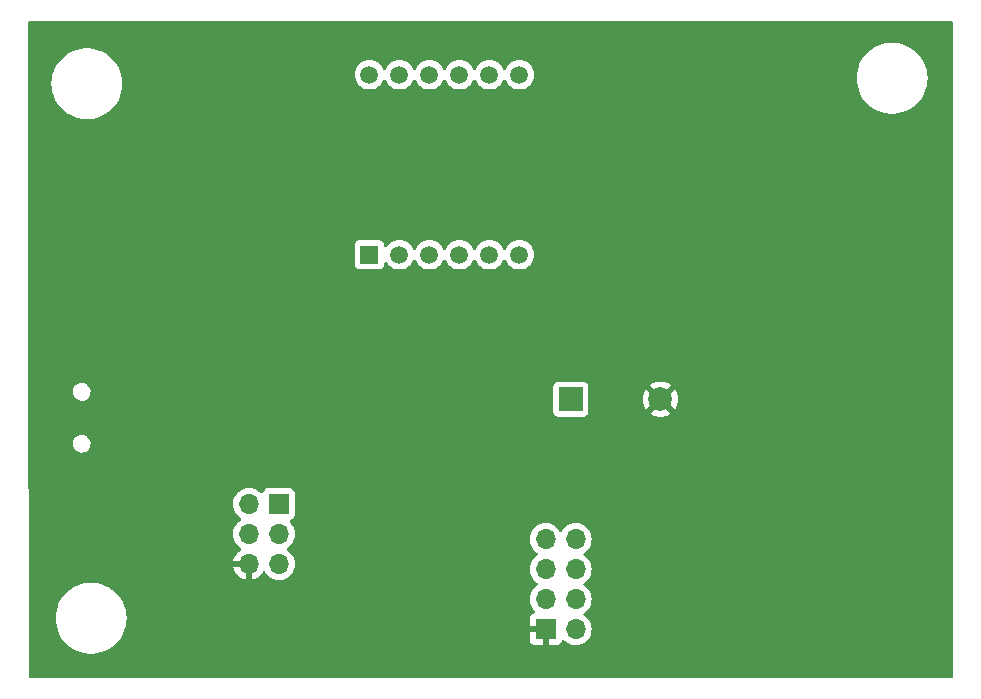
<source format=gbr>
%TF.GenerationSoftware,KiCad,Pcbnew,(7.0.0)*%
%TF.CreationDate,2023-05-03T17:51:17-06:00*%
%TF.ProjectId,Phase_B_Proto,50686173-655f-4425-9f50-726f746f2e6b,rev?*%
%TF.SameCoordinates,Original*%
%TF.FileFunction,Copper,L2,Bot*%
%TF.FilePolarity,Positive*%
%FSLAX46Y46*%
G04 Gerber Fmt 4.6, Leading zero omitted, Abs format (unit mm)*
G04 Created by KiCad (PCBNEW (7.0.0)) date 2023-05-03 17:51:17*
%MOMM*%
%LPD*%
G01*
G04 APERTURE LIST*
%TA.AperFunction,ComponentPad*%
%ADD10R,1.700000X1.700000*%
%TD*%
%TA.AperFunction,ComponentPad*%
%ADD11O,1.700000X1.700000*%
%TD*%
%TA.AperFunction,ComponentPad*%
%ADD12R,1.500000X1.500000*%
%TD*%
%TA.AperFunction,ComponentPad*%
%ADD13C,1.500000*%
%TD*%
%TA.AperFunction,ComponentPad*%
%ADD14C,2.000000*%
%TD*%
%TA.AperFunction,ComponentPad*%
%ADD15R,2.000000X2.000000*%
%TD*%
%TA.AperFunction,ViaPad*%
%ADD16C,0.800000*%
%TD*%
G04 APERTURE END LIST*
D10*
%TO.P,J1,1,MISO*%
%TO.N,MISO*%
X164103999Y-90591399D03*
D11*
%TO.P,J1,2,VCC*%
%TO.N,+5V*%
X161563999Y-90591399D03*
%TO.P,J1,3,SCK*%
%TO.N,SCK*%
X164103999Y-93131399D03*
%TO.P,J1,4,MOSI*%
%TO.N,MOSI*%
X161563999Y-93131399D03*
%TO.P,J1,5,~{RST}*%
%TO.N,RESET*%
X164103999Y-95671399D03*
%TO.P,J1,6,GND*%
%TO.N,GND*%
X161563999Y-95671399D03*
%TD*%
D10*
%TO.P,J3,1,Pin_1*%
%TO.N,GND*%
X186669999Y-101208999D03*
D11*
%TO.P,J3,2,Pin_2*%
%TO.N,TX*%
X189209999Y-101208999D03*
%TO.P,J3,3,Pin_3*%
%TO.N,unconnected-(J3-Pin_3-Pad3)*%
X186669999Y-98668999D03*
%TO.P,J3,4,Pin_4*%
%TO.N,+3.3V*%
X189209999Y-98668999D03*
%TO.P,J3,5,Pin_5*%
%TO.N,Net-(J3-Pin_5)*%
X186669999Y-96128999D03*
%TO.P,J3,6,Pin_6*%
%TO.N,+3.3V*%
X189209999Y-96128999D03*
%TO.P,J3,7,Pin_7*%
%TO.N,RX*%
X186669999Y-93588999D03*
%TO.P,J3,8,Pin_8*%
%TO.N,+3.3V*%
X189209999Y-93588999D03*
%TD*%
D12*
%TO.P,U1,1,e*%
%TO.N,Net-(U1-e)*%
X171754799Y-69494399D03*
D13*
%TO.P,U1,2,d*%
%TO.N,Net-(U1-d)*%
X174294800Y-69494400D03*
%TO.P,U1,3,DPX*%
%TO.N,Net-(U1-DPX)*%
X176834800Y-69494400D03*
%TO.P,U1,4,c*%
%TO.N,Net-(U1-c)*%
X179374800Y-69494400D03*
%TO.P,U1,5,g*%
%TO.N,Net-(U1-g)*%
X181914800Y-69494400D03*
%TO.P,U1,6,CA4*%
%TO.N,Dig4*%
X184454800Y-69494400D03*
%TO.P,U1,7,b*%
%TO.N,Net-(U1-b)*%
X184454800Y-54254400D03*
%TO.P,U1,8,CA3*%
%TO.N,Dig3*%
X181914800Y-54254400D03*
%TO.P,U1,9,CA2*%
%TO.N,Dig2*%
X179374800Y-54254400D03*
%TO.P,U1,10,f*%
%TO.N,Net-(U1-f)*%
X176834800Y-54254400D03*
%TO.P,U1,11,a*%
%TO.N,Net-(U1-a)*%
X174294800Y-54254400D03*
%TO.P,U1,12,CA1*%
%TO.N,Dig1*%
X171754800Y-54254400D03*
%TD*%
D14*
%TO.P,LS1,2,2*%
%TO.N,GND*%
X196392800Y-81737200D03*
D15*
%TO.P,LS1,1,1*%
%TO.N,Buzzer*%
X188792799Y-81737199D03*
%TD*%
D16*
%TO.N,GND*%
X199288400Y-74574400D03*
X190246000Y-74574400D03*
X171754800Y-75133200D03*
X169316400Y-75133200D03*
X196392800Y-79603600D03*
X217017600Y-62230000D03*
X176479200Y-81026000D03*
X177393600Y-101803200D03*
X161594800Y-97739200D03*
X172770800Y-99822000D03*
X168757600Y-95910400D03*
X170688000Y-95504000D03*
X151841200Y-87680800D03*
X172161200Y-89662000D03*
X182067200Y-98907600D03*
X163525200Y-85090000D03*
X184912000Y-101244400D03*
X169418000Y-84582000D03*
X179933600Y-90271600D03*
X214020400Y-64820800D03*
X163169600Y-79502000D03*
X151765000Y-84963000D03*
X163525200Y-86614000D03*
X163474400Y-81534000D03*
X155600400Y-83312000D03*
X195935600Y-95300800D03*
X179425600Y-80416400D03*
X191617600Y-98755200D03*
X182067200Y-94742000D03*
X194767200Y-92710000D03*
X170535600Y-78181200D03*
X177444400Y-75234800D03*
X198678800Y-92760800D03*
X183896000Y-89560400D03*
%TD*%
%TA.AperFunction,Conductor*%
%TO.N,GND*%
G36*
X221070480Y-49750294D02*
G01*
X221115862Y-49795635D01*
X221132513Y-49857587D01*
X221154542Y-73978870D01*
X221181185Y-103153169D01*
X221181301Y-103279700D01*
X221182700Y-104811274D01*
X221182700Y-105183900D01*
X221166087Y-105245900D01*
X221120700Y-105291287D01*
X221058700Y-105307900D01*
X143024287Y-105307900D01*
X142962320Y-105291306D01*
X142916938Y-105245965D01*
X142900287Y-105184013D01*
X142895807Y-100279200D01*
X145178015Y-100279200D01*
X145198338Y-100628127D01*
X145198964Y-100631681D01*
X145198966Y-100631692D01*
X145258403Y-100968778D01*
X145258405Y-100968788D01*
X145259031Y-100972336D01*
X145260063Y-100975785D01*
X145260065Y-100975791D01*
X145358242Y-101303725D01*
X145359274Y-101307171D01*
X145360699Y-101310474D01*
X145496282Y-101624793D01*
X145496287Y-101624803D01*
X145497711Y-101628104D01*
X145499513Y-101631226D01*
X145499515Y-101631229D01*
X145670661Y-101927664D01*
X145670667Y-101927673D01*
X145672470Y-101930796D01*
X145674629Y-101933696D01*
X145879035Y-102208262D01*
X145879041Y-102208269D01*
X145881188Y-102211153D01*
X146121042Y-102465383D01*
X146123800Y-102467697D01*
X146123804Y-102467701D01*
X146238792Y-102564187D01*
X146388789Y-102690049D01*
X146680807Y-102882113D01*
X146993149Y-103038977D01*
X147321589Y-103158519D01*
X147491637Y-103198821D01*
X147658179Y-103238292D01*
X147658181Y-103238292D01*
X147661686Y-103239123D01*
X148008841Y-103279700D01*
X148354761Y-103279700D01*
X148358359Y-103279700D01*
X148705514Y-103239123D01*
X149045611Y-103158519D01*
X149374051Y-103038977D01*
X149686393Y-102882113D01*
X149978411Y-102690049D01*
X150246158Y-102465383D01*
X150486012Y-102211153D01*
X150566143Y-102103518D01*
X185320000Y-102103518D01*
X185320353Y-102110114D01*
X185325573Y-102158667D01*
X185329111Y-102173641D01*
X185373547Y-102292777D01*
X185381962Y-102308189D01*
X185457498Y-102409092D01*
X185469907Y-102421501D01*
X185570810Y-102497037D01*
X185586222Y-102505452D01*
X185705358Y-102549888D01*
X185720332Y-102553426D01*
X185768885Y-102558646D01*
X185775482Y-102559000D01*
X186403674Y-102559000D01*
X186416549Y-102555549D01*
X186420000Y-102542674D01*
X186420000Y-101475326D01*
X186416549Y-101462450D01*
X186403674Y-101459000D01*
X185336326Y-101459000D01*
X185323450Y-101462450D01*
X185320000Y-101475326D01*
X185320000Y-102103518D01*
X150566143Y-102103518D01*
X150694730Y-101930796D01*
X150869489Y-101628104D01*
X151007926Y-101307171D01*
X151108169Y-100972336D01*
X151168862Y-100628127D01*
X151189185Y-100279200D01*
X151168862Y-99930273D01*
X151108169Y-99586064D01*
X151007926Y-99251229D01*
X150869489Y-98930296D01*
X150718630Y-98669000D01*
X185314341Y-98669000D01*
X185334937Y-98904408D01*
X185336336Y-98909630D01*
X185336337Y-98909634D01*
X185394694Y-99127430D01*
X185394697Y-99127438D01*
X185396097Y-99132663D01*
X185398385Y-99137570D01*
X185398386Y-99137572D01*
X185493678Y-99341927D01*
X185493681Y-99341933D01*
X185495965Y-99346830D01*
X185499064Y-99351257D01*
X185499066Y-99351259D01*
X185628399Y-99535966D01*
X185628402Y-99535970D01*
X185631505Y-99540401D01*
X185635336Y-99544231D01*
X185635336Y-99544232D01*
X185753818Y-99662714D01*
X185785114Y-99715460D01*
X185787303Y-99776753D01*
X185759850Y-99831597D01*
X185709471Y-99866576D01*
X185586226Y-99912544D01*
X185570810Y-99920962D01*
X185469907Y-99996498D01*
X185457498Y-100008907D01*
X185381962Y-100109810D01*
X185373547Y-100125222D01*
X185329111Y-100244358D01*
X185325573Y-100259332D01*
X185320353Y-100307885D01*
X185320000Y-100314482D01*
X185320000Y-100942674D01*
X185323450Y-100955549D01*
X185336326Y-100959000D01*
X186796000Y-100959000D01*
X186858000Y-100975613D01*
X186903387Y-101021000D01*
X186920000Y-101083000D01*
X186920000Y-102542674D01*
X186923450Y-102555549D01*
X186936326Y-102559000D01*
X187564518Y-102559000D01*
X187571114Y-102558646D01*
X187619667Y-102553426D01*
X187634641Y-102549888D01*
X187753777Y-102505452D01*
X187769189Y-102497037D01*
X187870092Y-102421501D01*
X187882501Y-102409092D01*
X187958037Y-102308189D01*
X187966452Y-102292777D01*
X188012422Y-102169529D01*
X188047401Y-102119149D01*
X188102246Y-102091696D01*
X188163539Y-102093885D01*
X188216285Y-102125181D01*
X188338599Y-102247495D01*
X188532170Y-102383035D01*
X188746337Y-102482903D01*
X188974592Y-102544063D01*
X189210000Y-102564659D01*
X189445408Y-102544063D01*
X189673663Y-102482903D01*
X189887830Y-102383035D01*
X190081401Y-102247495D01*
X190248495Y-102080401D01*
X190384035Y-101886830D01*
X190483903Y-101672663D01*
X190545063Y-101444408D01*
X190565659Y-101209000D01*
X190545063Y-100973592D01*
X190483903Y-100745337D01*
X190384035Y-100531171D01*
X190248495Y-100337599D01*
X190081401Y-100170505D01*
X190076968Y-100167401D01*
X190076961Y-100167395D01*
X189895842Y-100040575D01*
X189856976Y-99996257D01*
X189842965Y-99939000D01*
X189856976Y-99881743D01*
X189895842Y-99837425D01*
X190076961Y-99710604D01*
X190076961Y-99710603D01*
X190081401Y-99707495D01*
X190248495Y-99540401D01*
X190384035Y-99346830D01*
X190483903Y-99132663D01*
X190545063Y-98904408D01*
X190565659Y-98669000D01*
X190545063Y-98433592D01*
X190483903Y-98205337D01*
X190384035Y-97991171D01*
X190248495Y-97797599D01*
X190081401Y-97630505D01*
X190076970Y-97627402D01*
X190076966Y-97627399D01*
X189895841Y-97500574D01*
X189856976Y-97456256D01*
X189842965Y-97398999D01*
X189856976Y-97341742D01*
X189895839Y-97297426D01*
X190081401Y-97167495D01*
X190248495Y-97000401D01*
X190384035Y-96806830D01*
X190483903Y-96592663D01*
X190545063Y-96364408D01*
X190565659Y-96129000D01*
X190545063Y-95893592D01*
X190483903Y-95665337D01*
X190384035Y-95451171D01*
X190248495Y-95257599D01*
X190081401Y-95090505D01*
X190076968Y-95087401D01*
X190076961Y-95087395D01*
X189895842Y-94960575D01*
X189856976Y-94916257D01*
X189842965Y-94859000D01*
X189856976Y-94801743D01*
X189895842Y-94757425D01*
X190076961Y-94630604D01*
X190076961Y-94630603D01*
X190081401Y-94627495D01*
X190248495Y-94460401D01*
X190384035Y-94266830D01*
X190483903Y-94052663D01*
X190545063Y-93824408D01*
X190565659Y-93589000D01*
X190545063Y-93353592D01*
X190483903Y-93125337D01*
X190384035Y-92911171D01*
X190248495Y-92717599D01*
X190081401Y-92550505D01*
X190076970Y-92547402D01*
X190076966Y-92547399D01*
X189892259Y-92418066D01*
X189892257Y-92418064D01*
X189887830Y-92414965D01*
X189882933Y-92412681D01*
X189882927Y-92412678D01*
X189678572Y-92317386D01*
X189678570Y-92317385D01*
X189673663Y-92315097D01*
X189668438Y-92313697D01*
X189668430Y-92313694D01*
X189450634Y-92255337D01*
X189450630Y-92255336D01*
X189445408Y-92253937D01*
X189440020Y-92253465D01*
X189440017Y-92253465D01*
X189215395Y-92233813D01*
X189210000Y-92233341D01*
X189204605Y-92233813D01*
X188979982Y-92253465D01*
X188979977Y-92253465D01*
X188974592Y-92253937D01*
X188969371Y-92255335D01*
X188969365Y-92255337D01*
X188751569Y-92313694D01*
X188751557Y-92313698D01*
X188746337Y-92315097D01*
X188741432Y-92317383D01*
X188741427Y-92317386D01*
X188537081Y-92412675D01*
X188537077Y-92412677D01*
X188532171Y-92414965D01*
X188527738Y-92418068D01*
X188527731Y-92418073D01*
X188343034Y-92547399D01*
X188343029Y-92547402D01*
X188338599Y-92550505D01*
X188334775Y-92554328D01*
X188334769Y-92554334D01*
X188175334Y-92713769D01*
X188175328Y-92713775D01*
X188171505Y-92717599D01*
X188168402Y-92722029D01*
X188168399Y-92722034D01*
X188041575Y-92903159D01*
X187997257Y-92942025D01*
X187940000Y-92956036D01*
X187882743Y-92942025D01*
X187838425Y-92903159D01*
X187711600Y-92722034D01*
X187708495Y-92717599D01*
X187541401Y-92550505D01*
X187536970Y-92547402D01*
X187536966Y-92547399D01*
X187352259Y-92418066D01*
X187352257Y-92418064D01*
X187347830Y-92414965D01*
X187342933Y-92412681D01*
X187342927Y-92412678D01*
X187138572Y-92317386D01*
X187138570Y-92317385D01*
X187133663Y-92315097D01*
X187128438Y-92313697D01*
X187128430Y-92313694D01*
X186910634Y-92255337D01*
X186910630Y-92255336D01*
X186905408Y-92253937D01*
X186900020Y-92253465D01*
X186900017Y-92253465D01*
X186675395Y-92233813D01*
X186670000Y-92233341D01*
X186664605Y-92233813D01*
X186439982Y-92253465D01*
X186439977Y-92253465D01*
X186434592Y-92253937D01*
X186429371Y-92255335D01*
X186429365Y-92255337D01*
X186211569Y-92313694D01*
X186211557Y-92313698D01*
X186206337Y-92315097D01*
X186201432Y-92317383D01*
X186201427Y-92317386D01*
X185997081Y-92412675D01*
X185997077Y-92412677D01*
X185992171Y-92414965D01*
X185987738Y-92418068D01*
X185987731Y-92418073D01*
X185803034Y-92547399D01*
X185803029Y-92547402D01*
X185798599Y-92550505D01*
X185794775Y-92554328D01*
X185794769Y-92554334D01*
X185635334Y-92713769D01*
X185635328Y-92713775D01*
X185631505Y-92717599D01*
X185628402Y-92722029D01*
X185628399Y-92722034D01*
X185499073Y-92906731D01*
X185499068Y-92906738D01*
X185495965Y-92911171D01*
X185493677Y-92916077D01*
X185493675Y-92916081D01*
X185398386Y-93120427D01*
X185398383Y-93120432D01*
X185396097Y-93125337D01*
X185394698Y-93130557D01*
X185394694Y-93130569D01*
X185336337Y-93348365D01*
X185336335Y-93348371D01*
X185334937Y-93353592D01*
X185334465Y-93358977D01*
X185334465Y-93358982D01*
X185333323Y-93372034D01*
X185314341Y-93589000D01*
X185314813Y-93594395D01*
X185333996Y-93813659D01*
X185334937Y-93824408D01*
X185336336Y-93829630D01*
X185336337Y-93829634D01*
X185394694Y-94047430D01*
X185394697Y-94047438D01*
X185396097Y-94052663D01*
X185398385Y-94057570D01*
X185398386Y-94057572D01*
X185493678Y-94261927D01*
X185493681Y-94261933D01*
X185495965Y-94266830D01*
X185499064Y-94271257D01*
X185499066Y-94271259D01*
X185628399Y-94455966D01*
X185628402Y-94455970D01*
X185631505Y-94460401D01*
X185798599Y-94627495D01*
X185803032Y-94630599D01*
X185803038Y-94630604D01*
X185984158Y-94757425D01*
X186023024Y-94801743D01*
X186037035Y-94859000D01*
X186023024Y-94916257D01*
X185984159Y-94960575D01*
X185803041Y-95087395D01*
X185798599Y-95090505D01*
X185794775Y-95094328D01*
X185794769Y-95094334D01*
X185635334Y-95253769D01*
X185635328Y-95253775D01*
X185631505Y-95257599D01*
X185628402Y-95262029D01*
X185628399Y-95262034D01*
X185499073Y-95446731D01*
X185499068Y-95446738D01*
X185495965Y-95451171D01*
X185493677Y-95456077D01*
X185493675Y-95456081D01*
X185398386Y-95660427D01*
X185398383Y-95660432D01*
X185396097Y-95665337D01*
X185394698Y-95670557D01*
X185394694Y-95670569D01*
X185336337Y-95888365D01*
X185336335Y-95888371D01*
X185334937Y-95893592D01*
X185334465Y-95898977D01*
X185334465Y-95898982D01*
X185314813Y-96123605D01*
X185314341Y-96129000D01*
X185314813Y-96134395D01*
X185334271Y-96356805D01*
X185334937Y-96364408D01*
X185336336Y-96369630D01*
X185336337Y-96369634D01*
X185394694Y-96587430D01*
X185394697Y-96587438D01*
X185396097Y-96592663D01*
X185398385Y-96597570D01*
X185398386Y-96597572D01*
X185493678Y-96801927D01*
X185493681Y-96801933D01*
X185495965Y-96806830D01*
X185499064Y-96811257D01*
X185499066Y-96811259D01*
X185628399Y-96995966D01*
X185628402Y-96995970D01*
X185631505Y-97000401D01*
X185798599Y-97167495D01*
X185803032Y-97170599D01*
X185803038Y-97170604D01*
X185984158Y-97297425D01*
X186023024Y-97341743D01*
X186037035Y-97399000D01*
X186023024Y-97456257D01*
X185984160Y-97500574D01*
X185798599Y-97630505D01*
X185794775Y-97634328D01*
X185794769Y-97634334D01*
X185635334Y-97793769D01*
X185635328Y-97793775D01*
X185631505Y-97797599D01*
X185628402Y-97802029D01*
X185628399Y-97802034D01*
X185499073Y-97986731D01*
X185499068Y-97986738D01*
X185495965Y-97991171D01*
X185493677Y-97996077D01*
X185493675Y-97996081D01*
X185398386Y-98200427D01*
X185398383Y-98200432D01*
X185396097Y-98205337D01*
X185394698Y-98210557D01*
X185394694Y-98210569D01*
X185336337Y-98428365D01*
X185336335Y-98428371D01*
X185334937Y-98433592D01*
X185334465Y-98438977D01*
X185334465Y-98438982D01*
X185317963Y-98627604D01*
X185314341Y-98669000D01*
X150718630Y-98669000D01*
X150694730Y-98627604D01*
X150554306Y-98438982D01*
X150488164Y-98350137D01*
X150488159Y-98350131D01*
X150486012Y-98347247D01*
X150246158Y-98093017D01*
X150243400Y-98090703D01*
X150243395Y-98090698D01*
X149981170Y-97870666D01*
X149981169Y-97870665D01*
X149978411Y-97868351D01*
X149975393Y-97866366D01*
X149689412Y-97678272D01*
X149689404Y-97678267D01*
X149686393Y-97676287D01*
X149589049Y-97627399D01*
X149377288Y-97521048D01*
X149377278Y-97521043D01*
X149374051Y-97519423D01*
X149270286Y-97481656D01*
X149049000Y-97401114D01*
X149048992Y-97401111D01*
X149045611Y-97399881D01*
X149042112Y-97399051D01*
X149042103Y-97399049D01*
X148709020Y-97320107D01*
X148709004Y-97320104D01*
X148705514Y-97319277D01*
X148701949Y-97318860D01*
X148701936Y-97318858D01*
X148361929Y-97279117D01*
X148361924Y-97279116D01*
X148358359Y-97278700D01*
X148008841Y-97278700D01*
X148005276Y-97279116D01*
X148005270Y-97279117D01*
X147665263Y-97318858D01*
X147665247Y-97318860D01*
X147661686Y-97319277D01*
X147658198Y-97320103D01*
X147658179Y-97320107D01*
X147325096Y-97399049D01*
X147325082Y-97399052D01*
X147321589Y-97399881D01*
X147318212Y-97401110D01*
X147318199Y-97401114D01*
X146996550Y-97518185D01*
X146993149Y-97519423D01*
X146989927Y-97521040D01*
X146989911Y-97521048D01*
X146684036Y-97674665D01*
X146684031Y-97674667D01*
X146680807Y-97676287D01*
X146677803Y-97678262D01*
X146677787Y-97678272D01*
X146391806Y-97866366D01*
X146391798Y-97866371D01*
X146388789Y-97868351D01*
X146386038Y-97870658D01*
X146386029Y-97870666D01*
X146123804Y-98090698D01*
X146123790Y-98090710D01*
X146121042Y-98093017D01*
X146118567Y-98095639D01*
X146118562Y-98095645D01*
X145883662Y-98344624D01*
X145883656Y-98344630D01*
X145881188Y-98347247D01*
X145879048Y-98350121D01*
X145879035Y-98350137D01*
X145674629Y-98624703D01*
X145674623Y-98624711D01*
X145672470Y-98627604D01*
X145670671Y-98630718D01*
X145670661Y-98630735D01*
X145499515Y-98927170D01*
X145499509Y-98927180D01*
X145497711Y-98930296D01*
X145496290Y-98933589D01*
X145496282Y-98933606D01*
X145406808Y-99141032D01*
X145359274Y-99251229D01*
X145358245Y-99254664D01*
X145358242Y-99254674D01*
X145260065Y-99582608D01*
X145260062Y-99582618D01*
X145259031Y-99586064D01*
X145258406Y-99589607D01*
X145258403Y-99589621D01*
X145198966Y-99926707D01*
X145198964Y-99926720D01*
X145198338Y-99930273D01*
X145198128Y-99933878D01*
X145198127Y-99933887D01*
X145184346Y-100170505D01*
X145178015Y-100279200D01*
X142895807Y-100279200D01*
X142891829Y-95923951D01*
X160236688Y-95923951D01*
X160237056Y-95935180D01*
X160289168Y-96129663D01*
X160292856Y-96139797D01*
X160388113Y-96344076D01*
X160393501Y-96353408D01*
X160522784Y-96538043D01*
X160529721Y-96546309D01*
X160689090Y-96705678D01*
X160697356Y-96712615D01*
X160881991Y-96841898D01*
X160891323Y-96847286D01*
X161095602Y-96942543D01*
X161105736Y-96946231D01*
X161300219Y-96998343D01*
X161311448Y-96998711D01*
X161314000Y-96987769D01*
X161314000Y-95937726D01*
X161310549Y-95924850D01*
X161297674Y-95921400D01*
X160247631Y-95921400D01*
X160236688Y-95923951D01*
X142891829Y-95923951D01*
X142889279Y-93131400D01*
X160208341Y-93131400D01*
X160208813Y-93136795D01*
X160227780Y-93353592D01*
X160228937Y-93366808D01*
X160230336Y-93372030D01*
X160230337Y-93372034D01*
X160288694Y-93589830D01*
X160288697Y-93589838D01*
X160290097Y-93595063D01*
X160292385Y-93599970D01*
X160292386Y-93599972D01*
X160387678Y-93804327D01*
X160387681Y-93804333D01*
X160389965Y-93809230D01*
X160393064Y-93813657D01*
X160393066Y-93813659D01*
X160522399Y-93998366D01*
X160522402Y-93998370D01*
X160525505Y-94002801D01*
X160692599Y-94169895D01*
X160697031Y-94172998D01*
X160697033Y-94173000D01*
X160878595Y-94300131D01*
X160917460Y-94344449D01*
X160931471Y-94401706D01*
X160917460Y-94458963D01*
X160878595Y-94503281D01*
X160697352Y-94630188D01*
X160689092Y-94637119D01*
X160529719Y-94796492D01*
X160522784Y-94804757D01*
X160393508Y-94989382D01*
X160388110Y-94998732D01*
X160292856Y-95203002D01*
X160289168Y-95213136D01*
X160237056Y-95407619D01*
X160236688Y-95418848D01*
X160247631Y-95421400D01*
X161690000Y-95421400D01*
X161752000Y-95438013D01*
X161797387Y-95483400D01*
X161814000Y-95545400D01*
X161814000Y-96987769D01*
X161816551Y-96998711D01*
X161827780Y-96998343D01*
X162022263Y-96946231D01*
X162032397Y-96942543D01*
X162236676Y-96847286D01*
X162246008Y-96841898D01*
X162430643Y-96712615D01*
X162438909Y-96705678D01*
X162598278Y-96546309D01*
X162605219Y-96538038D01*
X162732119Y-96356806D01*
X162776437Y-96317940D01*
X162833694Y-96303929D01*
X162890951Y-96317940D01*
X162935269Y-96356805D01*
X163062399Y-96538366D01*
X163062402Y-96538370D01*
X163065505Y-96542801D01*
X163232599Y-96709895D01*
X163237031Y-96712998D01*
X163237033Y-96713000D01*
X163326972Y-96775976D01*
X163426170Y-96845435D01*
X163640337Y-96945303D01*
X163868592Y-97006463D01*
X164104000Y-97027059D01*
X164339408Y-97006463D01*
X164567663Y-96945303D01*
X164781830Y-96845435D01*
X164975401Y-96709895D01*
X165142495Y-96542801D01*
X165278035Y-96349230D01*
X165377903Y-96135063D01*
X165439063Y-95906808D01*
X165459659Y-95671400D01*
X165439063Y-95435992D01*
X165377903Y-95207737D01*
X165278035Y-94993571D01*
X165142495Y-94799999D01*
X164975401Y-94632905D01*
X164970968Y-94629801D01*
X164970961Y-94629795D01*
X164789842Y-94502975D01*
X164750976Y-94458657D01*
X164736965Y-94401400D01*
X164750976Y-94344143D01*
X164789842Y-94299825D01*
X164970961Y-94173004D01*
X164970961Y-94173003D01*
X164975401Y-94169895D01*
X165142495Y-94002801D01*
X165278035Y-93809230D01*
X165377903Y-93595063D01*
X165439063Y-93366808D01*
X165459659Y-93131400D01*
X165439063Y-92895992D01*
X165377903Y-92667737D01*
X165278035Y-92453571D01*
X165142495Y-92259999D01*
X165020569Y-92138072D01*
X164989273Y-92085327D01*
X164987084Y-92024034D01*
X165014537Y-91969189D01*
X165064916Y-91934210D01*
X165196331Y-91885196D01*
X165311546Y-91798946D01*
X165397796Y-91683731D01*
X165448091Y-91548883D01*
X165454500Y-91489273D01*
X165454499Y-89693528D01*
X165448091Y-89633917D01*
X165397796Y-89499069D01*
X165311546Y-89383854D01*
X165221030Y-89316094D01*
X165203431Y-89302919D01*
X165203430Y-89302918D01*
X165196331Y-89297604D01*
X165089442Y-89257737D01*
X165068752Y-89250020D01*
X165068750Y-89250019D01*
X165061483Y-89247309D01*
X165053770Y-89246479D01*
X165053767Y-89246479D01*
X165005180Y-89241255D01*
X165005169Y-89241254D01*
X165001873Y-89240900D01*
X164998550Y-89240900D01*
X163209439Y-89240900D01*
X163209420Y-89240900D01*
X163206128Y-89240901D01*
X163202850Y-89241253D01*
X163202838Y-89241254D01*
X163154231Y-89246479D01*
X163154225Y-89246480D01*
X163146517Y-89247309D01*
X163139252Y-89250018D01*
X163139246Y-89250020D01*
X163019980Y-89294504D01*
X163019978Y-89294504D01*
X163011669Y-89297604D01*
X163004572Y-89302916D01*
X163004568Y-89302919D01*
X162903550Y-89378541D01*
X162903546Y-89378544D01*
X162896454Y-89383854D01*
X162891144Y-89390946D01*
X162891141Y-89390950D01*
X162815519Y-89491968D01*
X162815516Y-89491972D01*
X162810204Y-89499069D01*
X162807104Y-89507378D01*
X162807105Y-89507378D01*
X162761189Y-89630483D01*
X162726210Y-89680862D01*
X162671365Y-89708315D01*
X162610072Y-89706126D01*
X162557326Y-89674830D01*
X162439232Y-89556736D01*
X162439230Y-89556734D01*
X162435401Y-89552905D01*
X162430970Y-89549802D01*
X162430966Y-89549799D01*
X162246259Y-89420466D01*
X162246257Y-89420464D01*
X162241830Y-89417365D01*
X162236933Y-89415081D01*
X162236927Y-89415078D01*
X162032572Y-89319786D01*
X162032570Y-89319785D01*
X162027663Y-89317497D01*
X162022438Y-89316097D01*
X162022430Y-89316094D01*
X161804634Y-89257737D01*
X161804630Y-89257736D01*
X161799408Y-89256337D01*
X161794020Y-89255865D01*
X161794017Y-89255865D01*
X161569395Y-89236213D01*
X161564000Y-89235741D01*
X161558605Y-89236213D01*
X161333982Y-89255865D01*
X161333977Y-89255865D01*
X161328592Y-89256337D01*
X161323371Y-89257735D01*
X161323365Y-89257737D01*
X161105569Y-89316094D01*
X161105557Y-89316098D01*
X161100337Y-89317497D01*
X161095432Y-89319783D01*
X161095427Y-89319786D01*
X160891081Y-89415075D01*
X160891077Y-89415077D01*
X160886171Y-89417365D01*
X160881738Y-89420468D01*
X160881731Y-89420473D01*
X160697034Y-89549799D01*
X160697029Y-89549802D01*
X160692599Y-89552905D01*
X160688775Y-89556728D01*
X160688769Y-89556734D01*
X160529334Y-89716169D01*
X160529328Y-89716175D01*
X160525505Y-89719999D01*
X160522402Y-89724429D01*
X160522399Y-89724434D01*
X160393073Y-89909131D01*
X160393068Y-89909138D01*
X160389965Y-89913571D01*
X160387677Y-89918477D01*
X160387675Y-89918481D01*
X160292386Y-90122827D01*
X160292383Y-90122832D01*
X160290097Y-90127737D01*
X160288698Y-90132957D01*
X160288694Y-90132969D01*
X160230337Y-90350765D01*
X160230335Y-90350771D01*
X160228937Y-90355992D01*
X160208341Y-90591400D01*
X160228937Y-90826808D01*
X160230336Y-90832030D01*
X160230337Y-90832034D01*
X160288694Y-91049830D01*
X160288697Y-91049838D01*
X160290097Y-91055063D01*
X160292385Y-91059970D01*
X160292386Y-91059972D01*
X160387678Y-91264327D01*
X160387681Y-91264333D01*
X160389965Y-91269230D01*
X160393064Y-91273657D01*
X160393066Y-91273659D01*
X160522399Y-91458366D01*
X160522402Y-91458370D01*
X160525505Y-91462801D01*
X160692599Y-91629895D01*
X160697032Y-91632999D01*
X160697038Y-91633004D01*
X160878158Y-91759825D01*
X160917024Y-91804143D01*
X160931035Y-91861400D01*
X160917024Y-91918657D01*
X160878159Y-91962975D01*
X160697041Y-92089795D01*
X160692599Y-92092905D01*
X160688775Y-92096728D01*
X160688769Y-92096734D01*
X160529334Y-92256169D01*
X160529328Y-92256175D01*
X160525505Y-92259999D01*
X160522402Y-92264429D01*
X160522399Y-92264434D01*
X160393073Y-92449131D01*
X160393068Y-92449138D01*
X160389965Y-92453571D01*
X160387677Y-92458477D01*
X160387675Y-92458481D01*
X160292386Y-92662827D01*
X160292383Y-92662832D01*
X160290097Y-92667737D01*
X160288698Y-92672957D01*
X160288694Y-92672969D01*
X160230337Y-92890765D01*
X160230335Y-92890771D01*
X160228937Y-92895992D01*
X160228465Y-92901377D01*
X160228465Y-92901382D01*
X160209604Y-93116967D01*
X160208341Y-93131400D01*
X142889279Y-93131400D01*
X142882360Y-85555935D01*
X146624669Y-85555935D01*
X146655135Y-85728711D01*
X146724623Y-85889804D01*
X146829390Y-86030530D01*
X146963786Y-86143302D01*
X147120567Y-86222040D01*
X147291279Y-86262500D01*
X147419111Y-86262500D01*
X147422709Y-86262500D01*
X147553255Y-86247241D01*
X147718117Y-86187237D01*
X147864696Y-86090830D01*
X147985092Y-85963218D01*
X148072812Y-85811281D01*
X148123130Y-85643210D01*
X148133331Y-85468065D01*
X148102865Y-85295289D01*
X148033377Y-85134196D01*
X147928610Y-84993470D01*
X147856747Y-84933170D01*
X147799745Y-84885339D01*
X147799744Y-84885338D01*
X147794214Y-84880698D01*
X147701810Y-84834291D01*
X147643883Y-84805199D01*
X147643880Y-84805198D01*
X147637433Y-84801960D01*
X147630407Y-84800294D01*
X147630405Y-84800294D01*
X147473749Y-84763165D01*
X147473743Y-84763164D01*
X147466721Y-84761500D01*
X147335291Y-84761500D01*
X147331725Y-84761916D01*
X147331721Y-84761917D01*
X147211915Y-84775920D01*
X147211907Y-84775921D01*
X147204745Y-84776759D01*
X147197967Y-84779225D01*
X147197958Y-84779228D01*
X147046674Y-84834291D01*
X147046671Y-84834292D01*
X147039883Y-84836763D01*
X147033850Y-84840730D01*
X147033842Y-84840735D01*
X146899340Y-84929199D01*
X146899334Y-84929203D01*
X146893304Y-84933170D01*
X146888351Y-84938419D01*
X146888346Y-84938424D01*
X146777865Y-85055527D01*
X146777861Y-85055531D01*
X146772908Y-85060782D01*
X146769299Y-85067032D01*
X146769296Y-85067037D01*
X146688799Y-85206463D01*
X146688796Y-85206468D01*
X146685188Y-85212719D01*
X146683117Y-85219634D01*
X146683117Y-85219636D01*
X146636941Y-85373869D01*
X146636939Y-85373877D01*
X146634870Y-85380790D01*
X146634450Y-85387996D01*
X146634449Y-85388004D01*
X146625088Y-85548725D01*
X146625088Y-85548733D01*
X146624669Y-85555935D01*
X142882360Y-85555935D01*
X142879827Y-82781778D01*
X187292300Y-82781778D01*
X187292301Y-82785072D01*
X187292653Y-82788350D01*
X187292654Y-82788361D01*
X187297879Y-82836968D01*
X187297880Y-82836973D01*
X187298709Y-82844683D01*
X187301419Y-82851949D01*
X187301420Y-82851953D01*
X187335017Y-82942031D01*
X187349004Y-82979531D01*
X187354318Y-82986630D01*
X187354319Y-82986631D01*
X187364099Y-82999696D01*
X187435254Y-83094746D01*
X187550469Y-83180996D01*
X187685317Y-83231291D01*
X187744927Y-83237700D01*
X189840672Y-83237699D01*
X189900283Y-83231291D01*
X190035131Y-83180996D01*
X190150346Y-83094746D01*
X190236596Y-82979531D01*
X190243713Y-82960448D01*
X195528549Y-82960448D01*
X195536655Y-82971639D01*
X195565517Y-82994103D01*
X195574079Y-82999696D01*
X195783685Y-83113129D01*
X195793039Y-83117232D01*
X196018456Y-83194617D01*
X196028368Y-83197128D01*
X196263443Y-83236355D01*
X196273639Y-83237200D01*
X196511961Y-83237200D01*
X196522156Y-83236355D01*
X196757231Y-83197128D01*
X196767143Y-83194617D01*
X196992560Y-83117232D01*
X197001914Y-83113129D01*
X197211523Y-82999695D01*
X197220081Y-82994103D01*
X197248946Y-82971637D01*
X197257050Y-82960450D01*
X197250389Y-82948342D01*
X196404342Y-82102295D01*
X196392800Y-82095631D01*
X196381257Y-82102295D01*
X195535208Y-82948343D01*
X195528549Y-82960448D01*
X190243713Y-82960448D01*
X190286891Y-82844683D01*
X190293300Y-82785073D01*
X190293300Y-81742317D01*
X194888083Y-81742317D01*
X194907762Y-81979818D01*
X194909446Y-81989912D01*
X194967953Y-82220947D01*
X194971272Y-82230614D01*
X195067008Y-82448873D01*
X195071870Y-82457856D01*
X195161799Y-82595504D01*
X195169763Y-82603224D01*
X195179145Y-82597300D01*
X196027704Y-81748742D01*
X196034368Y-81737200D01*
X196751231Y-81737200D01*
X196757895Y-81748742D01*
X197606453Y-82597300D01*
X197615834Y-82603224D01*
X197623802Y-82595499D01*
X197713724Y-82457864D01*
X197718592Y-82448869D01*
X197814327Y-82230614D01*
X197817646Y-82220947D01*
X197876153Y-81989912D01*
X197877837Y-81979818D01*
X197897517Y-81742317D01*
X197897517Y-81732083D01*
X197877837Y-81494581D01*
X197876153Y-81484487D01*
X197817646Y-81253452D01*
X197814327Y-81243785D01*
X197718592Y-81025530D01*
X197713724Y-81016535D01*
X197623802Y-80878899D01*
X197615834Y-80871174D01*
X197606453Y-80877098D01*
X196757895Y-81725657D01*
X196751231Y-81737200D01*
X196034368Y-81737200D01*
X196027704Y-81725657D01*
X195179145Y-80877098D01*
X195169764Y-80871174D01*
X195161797Y-80878899D01*
X195071872Y-81016538D01*
X195067007Y-81025528D01*
X194971272Y-81243785D01*
X194967953Y-81253452D01*
X194909446Y-81484487D01*
X194907762Y-81494581D01*
X194888083Y-81732083D01*
X194888083Y-81742317D01*
X190293300Y-81742317D01*
X190293299Y-80689328D01*
X190286891Y-80629717D01*
X190243712Y-80513949D01*
X195528548Y-80513949D01*
X195535208Y-80526055D01*
X196381257Y-81372104D01*
X196392800Y-81378768D01*
X196404342Y-81372104D01*
X197250390Y-80526055D01*
X197257050Y-80513949D01*
X197248943Y-80502759D01*
X197220086Y-80480299D01*
X197211519Y-80474703D01*
X197001914Y-80361270D01*
X196992560Y-80357167D01*
X196767143Y-80279782D01*
X196757231Y-80277271D01*
X196522156Y-80238044D01*
X196511961Y-80237200D01*
X196273639Y-80237200D01*
X196263443Y-80238044D01*
X196028368Y-80277271D01*
X196018456Y-80279782D01*
X195793039Y-80357167D01*
X195783685Y-80361270D01*
X195574076Y-80474704D01*
X195565517Y-80480296D01*
X195536654Y-80502760D01*
X195528548Y-80513949D01*
X190243712Y-80513949D01*
X190236596Y-80494869D01*
X190150346Y-80379654D01*
X190126652Y-80361917D01*
X190042231Y-80298719D01*
X190042230Y-80298718D01*
X190035131Y-80293404D01*
X189900283Y-80243109D01*
X189892570Y-80242279D01*
X189892567Y-80242279D01*
X189843980Y-80237055D01*
X189843969Y-80237054D01*
X189840673Y-80236700D01*
X189837350Y-80236700D01*
X187748239Y-80236700D01*
X187748220Y-80236700D01*
X187744928Y-80236701D01*
X187741650Y-80237053D01*
X187741638Y-80237054D01*
X187693031Y-80242279D01*
X187693025Y-80242280D01*
X187685317Y-80243109D01*
X187678052Y-80245818D01*
X187678046Y-80245820D01*
X187558780Y-80290304D01*
X187558778Y-80290304D01*
X187550469Y-80293404D01*
X187543372Y-80298716D01*
X187543368Y-80298719D01*
X187442350Y-80374341D01*
X187442346Y-80374344D01*
X187435254Y-80379654D01*
X187429944Y-80386746D01*
X187429941Y-80386750D01*
X187354319Y-80487768D01*
X187354316Y-80487772D01*
X187349004Y-80494869D01*
X187345904Y-80503178D01*
X187345904Y-80503180D01*
X187301420Y-80622447D01*
X187301419Y-80622450D01*
X187298709Y-80629717D01*
X187297879Y-80637427D01*
X187297879Y-80637432D01*
X187292655Y-80686019D01*
X187292654Y-80686031D01*
X187292300Y-80689327D01*
X187292300Y-80692648D01*
X187292300Y-80692649D01*
X187292300Y-82781760D01*
X187292300Y-82781778D01*
X142879827Y-82781778D01*
X142878342Y-81155935D01*
X146624669Y-81155935D01*
X146655135Y-81328711D01*
X146724623Y-81489804D01*
X146829390Y-81630530D01*
X146963786Y-81743302D01*
X147120567Y-81822040D01*
X147291279Y-81862500D01*
X147419111Y-81862500D01*
X147422709Y-81862500D01*
X147553255Y-81847241D01*
X147718117Y-81787237D01*
X147864696Y-81690830D01*
X147985092Y-81563218D01*
X148072812Y-81411281D01*
X148123130Y-81243210D01*
X148133331Y-81068065D01*
X148102865Y-80895289D01*
X148033377Y-80734196D01*
X147928610Y-80593470D01*
X147856747Y-80533170D01*
X147799745Y-80485339D01*
X147799744Y-80485338D01*
X147794214Y-80480698D01*
X147701810Y-80434291D01*
X147643883Y-80405199D01*
X147643880Y-80405198D01*
X147637433Y-80401960D01*
X147630407Y-80400294D01*
X147630405Y-80400294D01*
X147473749Y-80363165D01*
X147473743Y-80363164D01*
X147466721Y-80361500D01*
X147335291Y-80361500D01*
X147331725Y-80361916D01*
X147331721Y-80361917D01*
X147211915Y-80375920D01*
X147211907Y-80375921D01*
X147204745Y-80376759D01*
X147197967Y-80379225D01*
X147197958Y-80379228D01*
X147046674Y-80434291D01*
X147046671Y-80434292D01*
X147039883Y-80436763D01*
X147033850Y-80440730D01*
X147033842Y-80440735D01*
X146899340Y-80529199D01*
X146899334Y-80529203D01*
X146893304Y-80533170D01*
X146888351Y-80538419D01*
X146888346Y-80538424D01*
X146777865Y-80655527D01*
X146777861Y-80655531D01*
X146772908Y-80660782D01*
X146769299Y-80667032D01*
X146769296Y-80667037D01*
X146688799Y-80806463D01*
X146688796Y-80806468D01*
X146685188Y-80812719D01*
X146683117Y-80819634D01*
X146683117Y-80819636D01*
X146636941Y-80973869D01*
X146636939Y-80973877D01*
X146634870Y-80980790D01*
X146634450Y-80987996D01*
X146634449Y-80988004D01*
X146625088Y-81148725D01*
X146625088Y-81148733D01*
X146624669Y-81155935D01*
X142878342Y-81155935D01*
X142878189Y-80988004D01*
X142868418Y-70288978D01*
X170504300Y-70288978D01*
X170504301Y-70292272D01*
X170504653Y-70295550D01*
X170504654Y-70295561D01*
X170509879Y-70344168D01*
X170509880Y-70344173D01*
X170510709Y-70351883D01*
X170513419Y-70359149D01*
X170513420Y-70359153D01*
X170547017Y-70449231D01*
X170561004Y-70486731D01*
X170566318Y-70493830D01*
X170566319Y-70493831D01*
X170631949Y-70581502D01*
X170647254Y-70601946D01*
X170762469Y-70688196D01*
X170897317Y-70738491D01*
X170956927Y-70744900D01*
X172552672Y-70744899D01*
X172612283Y-70738491D01*
X172747131Y-70688196D01*
X172862346Y-70601946D01*
X172948596Y-70486731D01*
X172998891Y-70351883D01*
X173005300Y-70292273D01*
X173005299Y-70226261D01*
X173020845Y-70166148D01*
X173063588Y-70121106D01*
X173122808Y-70102433D01*
X173183656Y-70114812D01*
X173230874Y-70155139D01*
X173330096Y-70296842D01*
X173330099Y-70296846D01*
X173333202Y-70301277D01*
X173487923Y-70455998D01*
X173667161Y-70581502D01*
X173672061Y-70583787D01*
X173672063Y-70583788D01*
X173695783Y-70594849D01*
X173865470Y-70673975D01*
X174023322Y-70716271D01*
X174071590Y-70729205D01*
X174071591Y-70729205D01*
X174076823Y-70730607D01*
X174294800Y-70749677D01*
X174512777Y-70730607D01*
X174724130Y-70673975D01*
X174922439Y-70581502D01*
X175101677Y-70455998D01*
X175256398Y-70301277D01*
X175381902Y-70122039D01*
X175452417Y-69970817D01*
X175498175Y-69918641D01*
X175564800Y-69899221D01*
X175631425Y-69918641D01*
X175677182Y-69970817D01*
X175745409Y-70117132D01*
X175745413Y-70117139D01*
X175747698Y-70122039D01*
X175750797Y-70126466D01*
X175750799Y-70126468D01*
X175870096Y-70296842D01*
X175870099Y-70296846D01*
X175873202Y-70301277D01*
X176027923Y-70455998D01*
X176207161Y-70581502D01*
X176212061Y-70583787D01*
X176212063Y-70583788D01*
X176235783Y-70594849D01*
X176405470Y-70673975D01*
X176563322Y-70716271D01*
X176611590Y-70729205D01*
X176611591Y-70729205D01*
X176616823Y-70730607D01*
X176834800Y-70749677D01*
X177052777Y-70730607D01*
X177264130Y-70673975D01*
X177462439Y-70581502D01*
X177641677Y-70455998D01*
X177796398Y-70301277D01*
X177921902Y-70122039D01*
X177992417Y-69970817D01*
X178038175Y-69918641D01*
X178104800Y-69899221D01*
X178171425Y-69918641D01*
X178217182Y-69970817D01*
X178285409Y-70117132D01*
X178285413Y-70117139D01*
X178287698Y-70122039D01*
X178290797Y-70126466D01*
X178290799Y-70126468D01*
X178410096Y-70296842D01*
X178410099Y-70296846D01*
X178413202Y-70301277D01*
X178567923Y-70455998D01*
X178747161Y-70581502D01*
X178752061Y-70583787D01*
X178752063Y-70583788D01*
X178775783Y-70594849D01*
X178945470Y-70673975D01*
X179103322Y-70716271D01*
X179151590Y-70729205D01*
X179151591Y-70729205D01*
X179156823Y-70730607D01*
X179374800Y-70749677D01*
X179592777Y-70730607D01*
X179804130Y-70673975D01*
X180002439Y-70581502D01*
X180181677Y-70455998D01*
X180336398Y-70301277D01*
X180461902Y-70122039D01*
X180532417Y-69970817D01*
X180578175Y-69918641D01*
X180644800Y-69899221D01*
X180711425Y-69918641D01*
X180757182Y-69970817D01*
X180825409Y-70117132D01*
X180825413Y-70117139D01*
X180827698Y-70122039D01*
X180830797Y-70126466D01*
X180830799Y-70126468D01*
X180950096Y-70296842D01*
X180950099Y-70296846D01*
X180953202Y-70301277D01*
X181107923Y-70455998D01*
X181287161Y-70581502D01*
X181292061Y-70583787D01*
X181292063Y-70583788D01*
X181315783Y-70594849D01*
X181485470Y-70673975D01*
X181643322Y-70716271D01*
X181691590Y-70729205D01*
X181691591Y-70729205D01*
X181696823Y-70730607D01*
X181914800Y-70749677D01*
X182132777Y-70730607D01*
X182344130Y-70673975D01*
X182542439Y-70581502D01*
X182721677Y-70455998D01*
X182876398Y-70301277D01*
X183001902Y-70122039D01*
X183072417Y-69970817D01*
X183118175Y-69918641D01*
X183184800Y-69899221D01*
X183251425Y-69918641D01*
X183297182Y-69970817D01*
X183365409Y-70117132D01*
X183365413Y-70117139D01*
X183367698Y-70122039D01*
X183370797Y-70126466D01*
X183370799Y-70126468D01*
X183490096Y-70296842D01*
X183490099Y-70296846D01*
X183493202Y-70301277D01*
X183647923Y-70455998D01*
X183827161Y-70581502D01*
X183832061Y-70583787D01*
X183832063Y-70583788D01*
X183855783Y-70594849D01*
X184025470Y-70673975D01*
X184183322Y-70716271D01*
X184231590Y-70729205D01*
X184231591Y-70729205D01*
X184236823Y-70730607D01*
X184454800Y-70749677D01*
X184672777Y-70730607D01*
X184884130Y-70673975D01*
X185082439Y-70581502D01*
X185261677Y-70455998D01*
X185416398Y-70301277D01*
X185541902Y-70122039D01*
X185634375Y-69923730D01*
X185691007Y-69712377D01*
X185710077Y-69494400D01*
X185691007Y-69276423D01*
X185634375Y-69065070D01*
X185541902Y-68866762D01*
X185416398Y-68687523D01*
X185261677Y-68532802D01*
X185257246Y-68529699D01*
X185257242Y-68529696D01*
X185086868Y-68410399D01*
X185086866Y-68410397D01*
X185082439Y-68407298D01*
X185077542Y-68405014D01*
X185077536Y-68405011D01*
X184889036Y-68317112D01*
X184889029Y-68317109D01*
X184884130Y-68314825D01*
X184878903Y-68313424D01*
X184878902Y-68313424D01*
X184678009Y-68259594D01*
X184677999Y-68259592D01*
X184672777Y-68258193D01*
X184667385Y-68257721D01*
X184667378Y-68257720D01*
X184460195Y-68239595D01*
X184454800Y-68239123D01*
X184449405Y-68239595D01*
X184242221Y-68257720D01*
X184242212Y-68257721D01*
X184236823Y-68258193D01*
X184231602Y-68259591D01*
X184231590Y-68259594D01*
X184030697Y-68313424D01*
X184030692Y-68313425D01*
X184025470Y-68314825D01*
X184020574Y-68317107D01*
X184020563Y-68317112D01*
X183832072Y-68405008D01*
X183832068Y-68405010D01*
X183827162Y-68407298D01*
X183822729Y-68410401D01*
X183822722Y-68410406D01*
X183652358Y-68529696D01*
X183652353Y-68529699D01*
X183647923Y-68532802D01*
X183644099Y-68536625D01*
X183644093Y-68536631D01*
X183497031Y-68683693D01*
X183497025Y-68683699D01*
X183493202Y-68687523D01*
X183490099Y-68691953D01*
X183490096Y-68691958D01*
X183370806Y-68862322D01*
X183370801Y-68862329D01*
X183367698Y-68866762D01*
X183365410Y-68871668D01*
X183365408Y-68871672D01*
X183297182Y-69017983D01*
X183251425Y-69070159D01*
X183184800Y-69089578D01*
X183118175Y-69070159D01*
X183072418Y-69017983D01*
X183005272Y-68873990D01*
X183001902Y-68866762D01*
X182876398Y-68687523D01*
X182721677Y-68532802D01*
X182717246Y-68529699D01*
X182717242Y-68529696D01*
X182546868Y-68410399D01*
X182546866Y-68410397D01*
X182542439Y-68407298D01*
X182537542Y-68405014D01*
X182537536Y-68405011D01*
X182349036Y-68317112D01*
X182349029Y-68317109D01*
X182344130Y-68314825D01*
X182338903Y-68313424D01*
X182338902Y-68313424D01*
X182138009Y-68259594D01*
X182137999Y-68259592D01*
X182132777Y-68258193D01*
X182127385Y-68257721D01*
X182127378Y-68257720D01*
X181920195Y-68239595D01*
X181914800Y-68239123D01*
X181909405Y-68239595D01*
X181702221Y-68257720D01*
X181702212Y-68257721D01*
X181696823Y-68258193D01*
X181691602Y-68259591D01*
X181691590Y-68259594D01*
X181490697Y-68313424D01*
X181490692Y-68313425D01*
X181485470Y-68314825D01*
X181480574Y-68317107D01*
X181480563Y-68317112D01*
X181292072Y-68405008D01*
X181292068Y-68405010D01*
X181287162Y-68407298D01*
X181282729Y-68410401D01*
X181282722Y-68410406D01*
X181112358Y-68529696D01*
X181112353Y-68529699D01*
X181107923Y-68532802D01*
X181104099Y-68536625D01*
X181104093Y-68536631D01*
X180957031Y-68683693D01*
X180957025Y-68683699D01*
X180953202Y-68687523D01*
X180950099Y-68691953D01*
X180950096Y-68691958D01*
X180830806Y-68862322D01*
X180830801Y-68862329D01*
X180827698Y-68866762D01*
X180825410Y-68871668D01*
X180825408Y-68871672D01*
X180757182Y-69017983D01*
X180711425Y-69070159D01*
X180644800Y-69089578D01*
X180578175Y-69070159D01*
X180532418Y-69017983D01*
X180465272Y-68873990D01*
X180461902Y-68866762D01*
X180336398Y-68687523D01*
X180181677Y-68532802D01*
X180177246Y-68529699D01*
X180177242Y-68529696D01*
X180006868Y-68410399D01*
X180006866Y-68410397D01*
X180002439Y-68407298D01*
X179997542Y-68405014D01*
X179997536Y-68405011D01*
X179809036Y-68317112D01*
X179809029Y-68317109D01*
X179804130Y-68314825D01*
X179798903Y-68313424D01*
X179798902Y-68313424D01*
X179598009Y-68259594D01*
X179597999Y-68259592D01*
X179592777Y-68258193D01*
X179587385Y-68257721D01*
X179587378Y-68257720D01*
X179380195Y-68239595D01*
X179374800Y-68239123D01*
X179369405Y-68239595D01*
X179162221Y-68257720D01*
X179162212Y-68257721D01*
X179156823Y-68258193D01*
X179151602Y-68259591D01*
X179151590Y-68259594D01*
X178950697Y-68313424D01*
X178950692Y-68313425D01*
X178945470Y-68314825D01*
X178940574Y-68317107D01*
X178940563Y-68317112D01*
X178752072Y-68405008D01*
X178752068Y-68405010D01*
X178747162Y-68407298D01*
X178742729Y-68410401D01*
X178742722Y-68410406D01*
X178572358Y-68529696D01*
X178572353Y-68529699D01*
X178567923Y-68532802D01*
X178564099Y-68536625D01*
X178564093Y-68536631D01*
X178417031Y-68683693D01*
X178417025Y-68683699D01*
X178413202Y-68687523D01*
X178410099Y-68691953D01*
X178410096Y-68691958D01*
X178290806Y-68862322D01*
X178290801Y-68862329D01*
X178287698Y-68866762D01*
X178285410Y-68871668D01*
X178285408Y-68871672D01*
X178217182Y-69017983D01*
X178171425Y-69070159D01*
X178104800Y-69089578D01*
X178038175Y-69070159D01*
X177992418Y-69017983D01*
X177925272Y-68873990D01*
X177921902Y-68866762D01*
X177796398Y-68687523D01*
X177641677Y-68532802D01*
X177637246Y-68529699D01*
X177637242Y-68529696D01*
X177466868Y-68410399D01*
X177466866Y-68410397D01*
X177462439Y-68407298D01*
X177457542Y-68405014D01*
X177457536Y-68405011D01*
X177269036Y-68317112D01*
X177269029Y-68317109D01*
X177264130Y-68314825D01*
X177258903Y-68313424D01*
X177258902Y-68313424D01*
X177058009Y-68259594D01*
X177057999Y-68259592D01*
X177052777Y-68258193D01*
X177047385Y-68257721D01*
X177047378Y-68257720D01*
X176840195Y-68239595D01*
X176834800Y-68239123D01*
X176829405Y-68239595D01*
X176622221Y-68257720D01*
X176622212Y-68257721D01*
X176616823Y-68258193D01*
X176611602Y-68259591D01*
X176611590Y-68259594D01*
X176410697Y-68313424D01*
X176410692Y-68313425D01*
X176405470Y-68314825D01*
X176400574Y-68317107D01*
X176400563Y-68317112D01*
X176212072Y-68405008D01*
X176212068Y-68405010D01*
X176207162Y-68407298D01*
X176202729Y-68410401D01*
X176202722Y-68410406D01*
X176032358Y-68529696D01*
X176032353Y-68529699D01*
X176027923Y-68532802D01*
X176024099Y-68536625D01*
X176024093Y-68536631D01*
X175877031Y-68683693D01*
X175877025Y-68683699D01*
X175873202Y-68687523D01*
X175870099Y-68691953D01*
X175870096Y-68691958D01*
X175750806Y-68862322D01*
X175750801Y-68862329D01*
X175747698Y-68866762D01*
X175745410Y-68871668D01*
X175745408Y-68871672D01*
X175677182Y-69017983D01*
X175631425Y-69070159D01*
X175564800Y-69089578D01*
X175498175Y-69070159D01*
X175452418Y-69017983D01*
X175385272Y-68873990D01*
X175381902Y-68866762D01*
X175256398Y-68687523D01*
X175101677Y-68532802D01*
X175097246Y-68529699D01*
X175097242Y-68529696D01*
X174926868Y-68410399D01*
X174926866Y-68410397D01*
X174922439Y-68407298D01*
X174917542Y-68405014D01*
X174917536Y-68405011D01*
X174729036Y-68317112D01*
X174729029Y-68317109D01*
X174724130Y-68314825D01*
X174718903Y-68313424D01*
X174718902Y-68313424D01*
X174518009Y-68259594D01*
X174517999Y-68259592D01*
X174512777Y-68258193D01*
X174507385Y-68257721D01*
X174507378Y-68257720D01*
X174300195Y-68239595D01*
X174294800Y-68239123D01*
X174289405Y-68239595D01*
X174082221Y-68257720D01*
X174082212Y-68257721D01*
X174076823Y-68258193D01*
X174071602Y-68259591D01*
X174071590Y-68259594D01*
X173870697Y-68313424D01*
X173870692Y-68313425D01*
X173865470Y-68314825D01*
X173860574Y-68317107D01*
X173860563Y-68317112D01*
X173672072Y-68405008D01*
X173672068Y-68405010D01*
X173667162Y-68407298D01*
X173662729Y-68410401D01*
X173662722Y-68410406D01*
X173492358Y-68529696D01*
X173492353Y-68529699D01*
X173487923Y-68532802D01*
X173484099Y-68536625D01*
X173484093Y-68536631D01*
X173337031Y-68683693D01*
X173337025Y-68683699D01*
X173333202Y-68687523D01*
X173330099Y-68691953D01*
X173330096Y-68691958D01*
X173230874Y-68833663D01*
X173183657Y-68873990D01*
X173122809Y-68886370D01*
X173063589Y-68867698D01*
X173020846Y-68822656D01*
X173005299Y-68762540D01*
X173005299Y-68699839D01*
X173005299Y-68696528D01*
X172998891Y-68636917D01*
X172948596Y-68502069D01*
X172862346Y-68386854D01*
X172747131Y-68300604D01*
X172676765Y-68274359D01*
X172619552Y-68253020D01*
X172619550Y-68253019D01*
X172612283Y-68250309D01*
X172604570Y-68249479D01*
X172604567Y-68249479D01*
X172555980Y-68244255D01*
X172555969Y-68244254D01*
X172552673Y-68243900D01*
X172549350Y-68243900D01*
X170960239Y-68243900D01*
X170960220Y-68243900D01*
X170956928Y-68243901D01*
X170953650Y-68244253D01*
X170953638Y-68244254D01*
X170905031Y-68249479D01*
X170905025Y-68249480D01*
X170897317Y-68250309D01*
X170890052Y-68253018D01*
X170890046Y-68253020D01*
X170770780Y-68297504D01*
X170770778Y-68297504D01*
X170762469Y-68300604D01*
X170755372Y-68305916D01*
X170755368Y-68305919D01*
X170654350Y-68381541D01*
X170654346Y-68381544D01*
X170647254Y-68386854D01*
X170641944Y-68393946D01*
X170641941Y-68393950D01*
X170566319Y-68494968D01*
X170566316Y-68494972D01*
X170561004Y-68502069D01*
X170557904Y-68510378D01*
X170557904Y-68510380D01*
X170513420Y-68629647D01*
X170513419Y-68629650D01*
X170510709Y-68636917D01*
X170509879Y-68644627D01*
X170509879Y-68644632D01*
X170504655Y-68693219D01*
X170504654Y-68693231D01*
X170504300Y-68696527D01*
X170504300Y-68699848D01*
X170504300Y-68699849D01*
X170504300Y-70288960D01*
X170504300Y-70288978D01*
X142868418Y-70288978D01*
X142854468Y-55013600D01*
X144822415Y-55013600D01*
X144822625Y-55017206D01*
X144841646Y-55343788D01*
X144842738Y-55362527D01*
X144843364Y-55366081D01*
X144843366Y-55366092D01*
X144902803Y-55703178D01*
X144902805Y-55703188D01*
X144903431Y-55706736D01*
X144904463Y-55710185D01*
X144904465Y-55710191D01*
X144963737Y-55908173D01*
X145003674Y-56041571D01*
X145005099Y-56044874D01*
X145140682Y-56359193D01*
X145140687Y-56359203D01*
X145142111Y-56362504D01*
X145143913Y-56365626D01*
X145143915Y-56365629D01*
X145315061Y-56662064D01*
X145315067Y-56662073D01*
X145316870Y-56665196D01*
X145319029Y-56668096D01*
X145523435Y-56942662D01*
X145523441Y-56942669D01*
X145525588Y-56945553D01*
X145765442Y-57199783D01*
X145768200Y-57202097D01*
X145768204Y-57202101D01*
X145908891Y-57320151D01*
X146033189Y-57424449D01*
X146060102Y-57442150D01*
X146243084Y-57562500D01*
X146325207Y-57616513D01*
X146637549Y-57773377D01*
X146965989Y-57892919D01*
X147136037Y-57933221D01*
X147302579Y-57972692D01*
X147302581Y-57972692D01*
X147306086Y-57973523D01*
X147653241Y-58014100D01*
X147999161Y-58014100D01*
X148002759Y-58014100D01*
X148349914Y-57973523D01*
X148690011Y-57892919D01*
X149018451Y-57773377D01*
X149330793Y-57616513D01*
X149622811Y-57424449D01*
X149890558Y-57199783D01*
X150130412Y-56945553D01*
X150339130Y-56665196D01*
X150513889Y-56362504D01*
X150652326Y-56041571D01*
X150752569Y-55706736D01*
X150813262Y-55362527D01*
X150833585Y-55013600D01*
X150813262Y-54664673D01*
X150752569Y-54320464D01*
X150732791Y-54254400D01*
X170499523Y-54254400D01*
X170499995Y-54259795D01*
X170518120Y-54466978D01*
X170518121Y-54466985D01*
X170518593Y-54472377D01*
X170519992Y-54477599D01*
X170519994Y-54477609D01*
X170570308Y-54665379D01*
X170575225Y-54683730D01*
X170577509Y-54688629D01*
X170577512Y-54688636D01*
X170665411Y-54877136D01*
X170665414Y-54877142D01*
X170667698Y-54882039D01*
X170670797Y-54886466D01*
X170670799Y-54886468D01*
X170790096Y-55056842D01*
X170790099Y-55056846D01*
X170793202Y-55061277D01*
X170947923Y-55215998D01*
X170952355Y-55219101D01*
X170952357Y-55219103D01*
X171003818Y-55255136D01*
X171127161Y-55341502D01*
X171325470Y-55433975D01*
X171483322Y-55476271D01*
X171531590Y-55489205D01*
X171531591Y-55489205D01*
X171536823Y-55490607D01*
X171754800Y-55509677D01*
X171972777Y-55490607D01*
X172184130Y-55433975D01*
X172382439Y-55341502D01*
X172561677Y-55215998D01*
X172716398Y-55061277D01*
X172841902Y-54882039D01*
X172912417Y-54730817D01*
X172958175Y-54678641D01*
X173024800Y-54659221D01*
X173091425Y-54678641D01*
X173137182Y-54730817D01*
X173205409Y-54877132D01*
X173205413Y-54877139D01*
X173207698Y-54882039D01*
X173210797Y-54886466D01*
X173210799Y-54886468D01*
X173330096Y-55056842D01*
X173330099Y-55056846D01*
X173333202Y-55061277D01*
X173487923Y-55215998D01*
X173492355Y-55219101D01*
X173492357Y-55219103D01*
X173543818Y-55255136D01*
X173667161Y-55341502D01*
X173865470Y-55433975D01*
X174023322Y-55476271D01*
X174071590Y-55489205D01*
X174071591Y-55489205D01*
X174076823Y-55490607D01*
X174294800Y-55509677D01*
X174512777Y-55490607D01*
X174724130Y-55433975D01*
X174922439Y-55341502D01*
X175101677Y-55215998D01*
X175256398Y-55061277D01*
X175381902Y-54882039D01*
X175452417Y-54730817D01*
X175498175Y-54678641D01*
X175564800Y-54659221D01*
X175631425Y-54678641D01*
X175677182Y-54730817D01*
X175745409Y-54877132D01*
X175745413Y-54877139D01*
X175747698Y-54882039D01*
X175750797Y-54886466D01*
X175750799Y-54886468D01*
X175870096Y-55056842D01*
X175870099Y-55056846D01*
X175873202Y-55061277D01*
X176027923Y-55215998D01*
X176032355Y-55219101D01*
X176032357Y-55219103D01*
X176083818Y-55255136D01*
X176207161Y-55341502D01*
X176405470Y-55433975D01*
X176563322Y-55476271D01*
X176611590Y-55489205D01*
X176611591Y-55489205D01*
X176616823Y-55490607D01*
X176834800Y-55509677D01*
X177052777Y-55490607D01*
X177264130Y-55433975D01*
X177462439Y-55341502D01*
X177641677Y-55215998D01*
X177796398Y-55061277D01*
X177921902Y-54882039D01*
X177992417Y-54730817D01*
X178038175Y-54678641D01*
X178104800Y-54659221D01*
X178171425Y-54678641D01*
X178217182Y-54730817D01*
X178285409Y-54877132D01*
X178285413Y-54877139D01*
X178287698Y-54882039D01*
X178290797Y-54886466D01*
X178290799Y-54886468D01*
X178410096Y-55056842D01*
X178410099Y-55056846D01*
X178413202Y-55061277D01*
X178567923Y-55215998D01*
X178572355Y-55219101D01*
X178572357Y-55219103D01*
X178623818Y-55255136D01*
X178747161Y-55341502D01*
X178945470Y-55433975D01*
X179103322Y-55476271D01*
X179151590Y-55489205D01*
X179151591Y-55489205D01*
X179156823Y-55490607D01*
X179374800Y-55509677D01*
X179592777Y-55490607D01*
X179804130Y-55433975D01*
X180002439Y-55341502D01*
X180181677Y-55215998D01*
X180336398Y-55061277D01*
X180461902Y-54882039D01*
X180532417Y-54730817D01*
X180578175Y-54678641D01*
X180644800Y-54659221D01*
X180711425Y-54678641D01*
X180757182Y-54730817D01*
X180825409Y-54877132D01*
X180825413Y-54877139D01*
X180827698Y-54882039D01*
X180830797Y-54886466D01*
X180830799Y-54886468D01*
X180950096Y-55056842D01*
X180950099Y-55056846D01*
X180953202Y-55061277D01*
X181107923Y-55215998D01*
X181112355Y-55219101D01*
X181112357Y-55219103D01*
X181163818Y-55255136D01*
X181287161Y-55341502D01*
X181485470Y-55433975D01*
X181643322Y-55476271D01*
X181691590Y-55489205D01*
X181691591Y-55489205D01*
X181696823Y-55490607D01*
X181914800Y-55509677D01*
X182132777Y-55490607D01*
X182344130Y-55433975D01*
X182542439Y-55341502D01*
X182721677Y-55215998D01*
X182876398Y-55061277D01*
X183001902Y-54882039D01*
X183072417Y-54730817D01*
X183118175Y-54678641D01*
X183184800Y-54659221D01*
X183251425Y-54678641D01*
X183297182Y-54730817D01*
X183365409Y-54877132D01*
X183365413Y-54877139D01*
X183367698Y-54882039D01*
X183370797Y-54886466D01*
X183370799Y-54886468D01*
X183490096Y-55056842D01*
X183490099Y-55056846D01*
X183493202Y-55061277D01*
X183647923Y-55215998D01*
X183652355Y-55219101D01*
X183652357Y-55219103D01*
X183703818Y-55255136D01*
X183827161Y-55341502D01*
X184025470Y-55433975D01*
X184183322Y-55476271D01*
X184231590Y-55489205D01*
X184231591Y-55489205D01*
X184236823Y-55490607D01*
X184454800Y-55509677D01*
X184672777Y-55490607D01*
X184884130Y-55433975D01*
X185082439Y-55341502D01*
X185261677Y-55215998D01*
X185416398Y-55061277D01*
X185541902Y-54882039D01*
X185634375Y-54683730D01*
X185666993Y-54562000D01*
X212996015Y-54562000D01*
X212996225Y-54565606D01*
X213014369Y-54877136D01*
X213016338Y-54910927D01*
X213016964Y-54914481D01*
X213016966Y-54914492D01*
X213076403Y-55251578D01*
X213076405Y-55251588D01*
X213077031Y-55255136D01*
X213078063Y-55258585D01*
X213078065Y-55258591D01*
X213176242Y-55586525D01*
X213177274Y-55589971D01*
X213178699Y-55593274D01*
X213314282Y-55907593D01*
X213314287Y-55907603D01*
X213315711Y-55910904D01*
X213317513Y-55914026D01*
X213317515Y-55914029D01*
X213488661Y-56210464D01*
X213488667Y-56210473D01*
X213490470Y-56213596D01*
X213492629Y-56216496D01*
X213697035Y-56491062D01*
X213697041Y-56491069D01*
X213699188Y-56493953D01*
X213939042Y-56748183D01*
X214206789Y-56972849D01*
X214498807Y-57164913D01*
X214811149Y-57321777D01*
X215139589Y-57441319D01*
X215309637Y-57481621D01*
X215476179Y-57521092D01*
X215476181Y-57521092D01*
X215479686Y-57521923D01*
X215826841Y-57562500D01*
X216172761Y-57562500D01*
X216176359Y-57562500D01*
X216523514Y-57521923D01*
X216863611Y-57441319D01*
X217192051Y-57321777D01*
X217504393Y-57164913D01*
X217796411Y-56972849D01*
X218064158Y-56748183D01*
X218304012Y-56493953D01*
X218512730Y-56213596D01*
X218687489Y-55910904D01*
X218825926Y-55589971D01*
X218926169Y-55255136D01*
X218986862Y-54910927D01*
X219007185Y-54562000D01*
X218986862Y-54213073D01*
X218926169Y-53868864D01*
X218825926Y-53534029D01*
X218687489Y-53213096D01*
X218607658Y-53074825D01*
X218514538Y-52913535D01*
X218514535Y-52913531D01*
X218512730Y-52910404D01*
X218433764Y-52804335D01*
X218306164Y-52632937D01*
X218306159Y-52632931D01*
X218304012Y-52630047D01*
X218064158Y-52375817D01*
X218061400Y-52373503D01*
X218061395Y-52373498D01*
X217799170Y-52153466D01*
X217799169Y-52153465D01*
X217796411Y-52151151D01*
X217648210Y-52053677D01*
X217507412Y-51961072D01*
X217507404Y-51961067D01*
X217504393Y-51959087D01*
X217441150Y-51927325D01*
X217195288Y-51803848D01*
X217195278Y-51803843D01*
X217192051Y-51802223D01*
X217088286Y-51764456D01*
X216867000Y-51683914D01*
X216866992Y-51683911D01*
X216863611Y-51682681D01*
X216860112Y-51681851D01*
X216860103Y-51681849D01*
X216527020Y-51602907D01*
X216527004Y-51602904D01*
X216523514Y-51602077D01*
X216519949Y-51601660D01*
X216519936Y-51601658D01*
X216179929Y-51561917D01*
X216179924Y-51561916D01*
X216176359Y-51561500D01*
X215826841Y-51561500D01*
X215823276Y-51561916D01*
X215823270Y-51561917D01*
X215483263Y-51601658D01*
X215483247Y-51601660D01*
X215479686Y-51602077D01*
X215476198Y-51602903D01*
X215476179Y-51602907D01*
X215143096Y-51681849D01*
X215143082Y-51681852D01*
X215139589Y-51682681D01*
X215136212Y-51683910D01*
X215136199Y-51683914D01*
X214814550Y-51800985D01*
X214811149Y-51802223D01*
X214807927Y-51803840D01*
X214807911Y-51803848D01*
X214502036Y-51957465D01*
X214502031Y-51957467D01*
X214498807Y-51959087D01*
X214495803Y-51961062D01*
X214495787Y-51961072D01*
X214209806Y-52149166D01*
X214209798Y-52149171D01*
X214206789Y-52151151D01*
X214204038Y-52153458D01*
X214204029Y-52153466D01*
X213941804Y-52373498D01*
X213941790Y-52373510D01*
X213939042Y-52375817D01*
X213936567Y-52378439D01*
X213936562Y-52378445D01*
X213701662Y-52627424D01*
X213701656Y-52627430D01*
X213699188Y-52630047D01*
X213697048Y-52632921D01*
X213697035Y-52632937D01*
X213492629Y-52907503D01*
X213492623Y-52907511D01*
X213490470Y-52910404D01*
X213488671Y-52913518D01*
X213488661Y-52913535D01*
X213317515Y-53209970D01*
X213317509Y-53209980D01*
X213315711Y-53213096D01*
X213314290Y-53216389D01*
X213314282Y-53216406D01*
X213216241Y-53443693D01*
X213177274Y-53534029D01*
X213176245Y-53537464D01*
X213176242Y-53537474D01*
X213078065Y-53865408D01*
X213078062Y-53865418D01*
X213077031Y-53868864D01*
X213076406Y-53872407D01*
X213076403Y-53872421D01*
X213016966Y-54209507D01*
X213016964Y-54209520D01*
X213016338Y-54213073D01*
X213016128Y-54216678D01*
X213016127Y-54216687D01*
X213010284Y-54317008D01*
X212996015Y-54562000D01*
X185666993Y-54562000D01*
X185691007Y-54472377D01*
X185710077Y-54254400D01*
X185691007Y-54036423D01*
X185634375Y-53825070D01*
X185541902Y-53626762D01*
X185416398Y-53447523D01*
X185261677Y-53292802D01*
X185257246Y-53289699D01*
X185257242Y-53289696D01*
X185086868Y-53170399D01*
X185086866Y-53170397D01*
X185082439Y-53167298D01*
X185077542Y-53165014D01*
X185077536Y-53165011D01*
X184889036Y-53077112D01*
X184889029Y-53077109D01*
X184884130Y-53074825D01*
X184878903Y-53073424D01*
X184878902Y-53073424D01*
X184678009Y-53019594D01*
X184677999Y-53019592D01*
X184672777Y-53018193D01*
X184667385Y-53017721D01*
X184667378Y-53017720D01*
X184460195Y-52999595D01*
X184454800Y-52999123D01*
X184449405Y-52999595D01*
X184242221Y-53017720D01*
X184242212Y-53017721D01*
X184236823Y-53018193D01*
X184231602Y-53019591D01*
X184231590Y-53019594D01*
X184030697Y-53073424D01*
X184030692Y-53073425D01*
X184025470Y-53074825D01*
X184020574Y-53077107D01*
X184020563Y-53077112D01*
X183832072Y-53165008D01*
X183832068Y-53165010D01*
X183827162Y-53167298D01*
X183822729Y-53170401D01*
X183822722Y-53170406D01*
X183652358Y-53289696D01*
X183652353Y-53289699D01*
X183647923Y-53292802D01*
X183644099Y-53296625D01*
X183644093Y-53296631D01*
X183497031Y-53443693D01*
X183497025Y-53443699D01*
X183493202Y-53447523D01*
X183490099Y-53451953D01*
X183490096Y-53451958D01*
X183370806Y-53622322D01*
X183370801Y-53622329D01*
X183367698Y-53626762D01*
X183365410Y-53631668D01*
X183365408Y-53631672D01*
X183297182Y-53777983D01*
X183251425Y-53830159D01*
X183184800Y-53849578D01*
X183118175Y-53830159D01*
X183072418Y-53777983D01*
X183018133Y-53661570D01*
X183001902Y-53626762D01*
X182876398Y-53447523D01*
X182721677Y-53292802D01*
X182717246Y-53289699D01*
X182717242Y-53289696D01*
X182546868Y-53170399D01*
X182546866Y-53170397D01*
X182542439Y-53167298D01*
X182537542Y-53165014D01*
X182537536Y-53165011D01*
X182349036Y-53077112D01*
X182349029Y-53077109D01*
X182344130Y-53074825D01*
X182338903Y-53073424D01*
X182338902Y-53073424D01*
X182138009Y-53019594D01*
X182137999Y-53019592D01*
X182132777Y-53018193D01*
X182127385Y-53017721D01*
X182127378Y-53017720D01*
X181920195Y-52999595D01*
X181914800Y-52999123D01*
X181909405Y-52999595D01*
X181702221Y-53017720D01*
X181702212Y-53017721D01*
X181696823Y-53018193D01*
X181691602Y-53019591D01*
X181691590Y-53019594D01*
X181490697Y-53073424D01*
X181490692Y-53073425D01*
X181485470Y-53074825D01*
X181480574Y-53077107D01*
X181480563Y-53077112D01*
X181292072Y-53165008D01*
X181292068Y-53165010D01*
X181287162Y-53167298D01*
X181282729Y-53170401D01*
X181282722Y-53170406D01*
X181112358Y-53289696D01*
X181112353Y-53289699D01*
X181107923Y-53292802D01*
X181104099Y-53296625D01*
X181104093Y-53296631D01*
X180957031Y-53443693D01*
X180957025Y-53443699D01*
X180953202Y-53447523D01*
X180950099Y-53451953D01*
X180950096Y-53451958D01*
X180830806Y-53622322D01*
X180830801Y-53622329D01*
X180827698Y-53626762D01*
X180825410Y-53631668D01*
X180825408Y-53631672D01*
X180757182Y-53777983D01*
X180711425Y-53830159D01*
X180644800Y-53849578D01*
X180578175Y-53830159D01*
X180532418Y-53777983D01*
X180478133Y-53661570D01*
X180461902Y-53626762D01*
X180336398Y-53447523D01*
X180181677Y-53292802D01*
X180177246Y-53289699D01*
X180177242Y-53289696D01*
X180006868Y-53170399D01*
X180006866Y-53170397D01*
X180002439Y-53167298D01*
X179997542Y-53165014D01*
X179997536Y-53165011D01*
X179809036Y-53077112D01*
X179809029Y-53077109D01*
X179804130Y-53074825D01*
X179798903Y-53073424D01*
X179798902Y-53073424D01*
X179598009Y-53019594D01*
X179597999Y-53019592D01*
X179592777Y-53018193D01*
X179587385Y-53017721D01*
X179587378Y-53017720D01*
X179380195Y-52999595D01*
X179374800Y-52999123D01*
X179369405Y-52999595D01*
X179162221Y-53017720D01*
X179162212Y-53017721D01*
X179156823Y-53018193D01*
X179151602Y-53019591D01*
X179151590Y-53019594D01*
X178950697Y-53073424D01*
X178950692Y-53073425D01*
X178945470Y-53074825D01*
X178940574Y-53077107D01*
X178940563Y-53077112D01*
X178752072Y-53165008D01*
X178752068Y-53165010D01*
X178747162Y-53167298D01*
X178742729Y-53170401D01*
X178742722Y-53170406D01*
X178572358Y-53289696D01*
X178572353Y-53289699D01*
X178567923Y-53292802D01*
X178564099Y-53296625D01*
X178564093Y-53296631D01*
X178417031Y-53443693D01*
X178417025Y-53443699D01*
X178413202Y-53447523D01*
X178410099Y-53451953D01*
X178410096Y-53451958D01*
X178290806Y-53622322D01*
X178290801Y-53622329D01*
X178287698Y-53626762D01*
X178285410Y-53631668D01*
X178285408Y-53631672D01*
X178217182Y-53777983D01*
X178171425Y-53830159D01*
X178104800Y-53849578D01*
X178038175Y-53830159D01*
X177992418Y-53777983D01*
X177938133Y-53661570D01*
X177921902Y-53626762D01*
X177796398Y-53447523D01*
X177641677Y-53292802D01*
X177637246Y-53289699D01*
X177637242Y-53289696D01*
X177466868Y-53170399D01*
X177466866Y-53170397D01*
X177462439Y-53167298D01*
X177457542Y-53165014D01*
X177457536Y-53165011D01*
X177269036Y-53077112D01*
X177269029Y-53077109D01*
X177264130Y-53074825D01*
X177258903Y-53073424D01*
X177258902Y-53073424D01*
X177058009Y-53019594D01*
X177057999Y-53019592D01*
X177052777Y-53018193D01*
X177047385Y-53017721D01*
X177047378Y-53017720D01*
X176840195Y-52999595D01*
X176834800Y-52999123D01*
X176829405Y-52999595D01*
X176622221Y-53017720D01*
X176622212Y-53017721D01*
X176616823Y-53018193D01*
X176611602Y-53019591D01*
X176611590Y-53019594D01*
X176410697Y-53073424D01*
X176410692Y-53073425D01*
X176405470Y-53074825D01*
X176400574Y-53077107D01*
X176400563Y-53077112D01*
X176212072Y-53165008D01*
X176212068Y-53165010D01*
X176207162Y-53167298D01*
X176202729Y-53170401D01*
X176202722Y-53170406D01*
X176032358Y-53289696D01*
X176032353Y-53289699D01*
X176027923Y-53292802D01*
X176024099Y-53296625D01*
X176024093Y-53296631D01*
X175877031Y-53443693D01*
X175877025Y-53443699D01*
X175873202Y-53447523D01*
X175870099Y-53451953D01*
X175870096Y-53451958D01*
X175750806Y-53622322D01*
X175750801Y-53622329D01*
X175747698Y-53626762D01*
X175745410Y-53631668D01*
X175745408Y-53631672D01*
X175677182Y-53777983D01*
X175631425Y-53830159D01*
X175564800Y-53849578D01*
X175498175Y-53830159D01*
X175452418Y-53777983D01*
X175398133Y-53661570D01*
X175381902Y-53626762D01*
X175256398Y-53447523D01*
X175101677Y-53292802D01*
X175097246Y-53289699D01*
X175097242Y-53289696D01*
X174926868Y-53170399D01*
X174926866Y-53170397D01*
X174922439Y-53167298D01*
X174917542Y-53165014D01*
X174917536Y-53165011D01*
X174729036Y-53077112D01*
X174729029Y-53077109D01*
X174724130Y-53074825D01*
X174718903Y-53073424D01*
X174718902Y-53073424D01*
X174518009Y-53019594D01*
X174517999Y-53019592D01*
X174512777Y-53018193D01*
X174507385Y-53017721D01*
X174507378Y-53017720D01*
X174300195Y-52999595D01*
X174294800Y-52999123D01*
X174289405Y-52999595D01*
X174082221Y-53017720D01*
X174082212Y-53017721D01*
X174076823Y-53018193D01*
X174071602Y-53019591D01*
X174071590Y-53019594D01*
X173870697Y-53073424D01*
X173870692Y-53073425D01*
X173865470Y-53074825D01*
X173860574Y-53077107D01*
X173860563Y-53077112D01*
X173672072Y-53165008D01*
X173672068Y-53165010D01*
X173667162Y-53167298D01*
X173662729Y-53170401D01*
X173662722Y-53170406D01*
X173492358Y-53289696D01*
X173492353Y-53289699D01*
X173487923Y-53292802D01*
X173484099Y-53296625D01*
X173484093Y-53296631D01*
X173337031Y-53443693D01*
X173337025Y-53443699D01*
X173333202Y-53447523D01*
X173330099Y-53451953D01*
X173330096Y-53451958D01*
X173210806Y-53622322D01*
X173210801Y-53622329D01*
X173207698Y-53626762D01*
X173205410Y-53631668D01*
X173205408Y-53631672D01*
X173137182Y-53777983D01*
X173091425Y-53830159D01*
X173024800Y-53849578D01*
X172958175Y-53830159D01*
X172912418Y-53777983D01*
X172858133Y-53661570D01*
X172841902Y-53626762D01*
X172716398Y-53447523D01*
X172561677Y-53292802D01*
X172557246Y-53289699D01*
X172557242Y-53289696D01*
X172386868Y-53170399D01*
X172386866Y-53170397D01*
X172382439Y-53167298D01*
X172377542Y-53165014D01*
X172377536Y-53165011D01*
X172189036Y-53077112D01*
X172189029Y-53077109D01*
X172184130Y-53074825D01*
X172178903Y-53073424D01*
X172178902Y-53073424D01*
X171978009Y-53019594D01*
X171977999Y-53019592D01*
X171972777Y-53018193D01*
X171967385Y-53017721D01*
X171967378Y-53017720D01*
X171760195Y-52999595D01*
X171754800Y-52999123D01*
X171749405Y-52999595D01*
X171542221Y-53017720D01*
X171542212Y-53017721D01*
X171536823Y-53018193D01*
X171531602Y-53019591D01*
X171531590Y-53019594D01*
X171330697Y-53073424D01*
X171330692Y-53073425D01*
X171325470Y-53074825D01*
X171320574Y-53077107D01*
X171320563Y-53077112D01*
X171132072Y-53165008D01*
X171132068Y-53165010D01*
X171127162Y-53167298D01*
X171122729Y-53170401D01*
X171122722Y-53170406D01*
X170952358Y-53289696D01*
X170952353Y-53289699D01*
X170947923Y-53292802D01*
X170944099Y-53296625D01*
X170944093Y-53296631D01*
X170797031Y-53443693D01*
X170797025Y-53443699D01*
X170793202Y-53447523D01*
X170790099Y-53451953D01*
X170790096Y-53451958D01*
X170670806Y-53622322D01*
X170670801Y-53622329D01*
X170667698Y-53626762D01*
X170665410Y-53631668D01*
X170665408Y-53631672D01*
X170577512Y-53820163D01*
X170577507Y-53820174D01*
X170575225Y-53825070D01*
X170573825Y-53830292D01*
X170573824Y-53830297D01*
X170519994Y-54031190D01*
X170519991Y-54031202D01*
X170518593Y-54036423D01*
X170518121Y-54041812D01*
X170518120Y-54041821D01*
X170503077Y-54213779D01*
X170499523Y-54254400D01*
X150732791Y-54254400D01*
X150652326Y-53985629D01*
X150513889Y-53664696D01*
X150391065Y-53451958D01*
X150340938Y-53365135D01*
X150340935Y-53365131D01*
X150339130Y-53362004D01*
X150196491Y-53170406D01*
X150132564Y-53084537D01*
X150132559Y-53084531D01*
X150130412Y-53081647D01*
X149890558Y-52827417D01*
X149887800Y-52825103D01*
X149887795Y-52825098D01*
X149625570Y-52605066D01*
X149625569Y-52605065D01*
X149622811Y-52602751D01*
X149619793Y-52600766D01*
X149333812Y-52412672D01*
X149333804Y-52412667D01*
X149330793Y-52410687D01*
X149256744Y-52373498D01*
X149021688Y-52255448D01*
X149021678Y-52255443D01*
X149018451Y-52253823D01*
X148914686Y-52216056D01*
X148693400Y-52135514D01*
X148693392Y-52135511D01*
X148690011Y-52134281D01*
X148686512Y-52133451D01*
X148686503Y-52133449D01*
X148353420Y-52054507D01*
X148353404Y-52054504D01*
X148349914Y-52053677D01*
X148346349Y-52053260D01*
X148346336Y-52053258D01*
X148006329Y-52013517D01*
X148006324Y-52013516D01*
X148002759Y-52013100D01*
X147653241Y-52013100D01*
X147649676Y-52013516D01*
X147649670Y-52013517D01*
X147309663Y-52053258D01*
X147309647Y-52053260D01*
X147306086Y-52053677D01*
X147302598Y-52054503D01*
X147302579Y-52054507D01*
X146969496Y-52133449D01*
X146969482Y-52133452D01*
X146965989Y-52134281D01*
X146962612Y-52135510D01*
X146962599Y-52135514D01*
X146640950Y-52252585D01*
X146637549Y-52253823D01*
X146634327Y-52255440D01*
X146634311Y-52255448D01*
X146328436Y-52409065D01*
X146328431Y-52409067D01*
X146325207Y-52410687D01*
X146322203Y-52412662D01*
X146322187Y-52412672D01*
X146036206Y-52600766D01*
X146036198Y-52600771D01*
X146033189Y-52602751D01*
X146030438Y-52605058D01*
X146030429Y-52605066D01*
X145768204Y-52825098D01*
X145768190Y-52825110D01*
X145765442Y-52827417D01*
X145762967Y-52830039D01*
X145762962Y-52830045D01*
X145528062Y-53079024D01*
X145528056Y-53079030D01*
X145525588Y-53081647D01*
X145523448Y-53084521D01*
X145523435Y-53084537D01*
X145319029Y-53359103D01*
X145319023Y-53359111D01*
X145316870Y-53362004D01*
X145315071Y-53365118D01*
X145315061Y-53365135D01*
X145143915Y-53661570D01*
X145143909Y-53661580D01*
X145142111Y-53664696D01*
X145140690Y-53667989D01*
X145140682Y-53668006D01*
X145052507Y-53872421D01*
X145003674Y-53985629D01*
X145002645Y-53989064D01*
X145002642Y-53989074D01*
X144904465Y-54317008D01*
X144904462Y-54317018D01*
X144903431Y-54320464D01*
X144902806Y-54324007D01*
X144902803Y-54324021D01*
X144843366Y-54661107D01*
X144843364Y-54661120D01*
X144842738Y-54664673D01*
X144842528Y-54668278D01*
X144842527Y-54668287D01*
X144828436Y-54910221D01*
X144822415Y-55013600D01*
X142854468Y-55013600D01*
X142849759Y-49857810D01*
X142866334Y-49795765D01*
X142911726Y-49750332D01*
X142973759Y-49733700D01*
X221008513Y-49733700D01*
X221070480Y-49750294D01*
G37*
%TD.AperFunction*%
%TD*%
M02*

</source>
